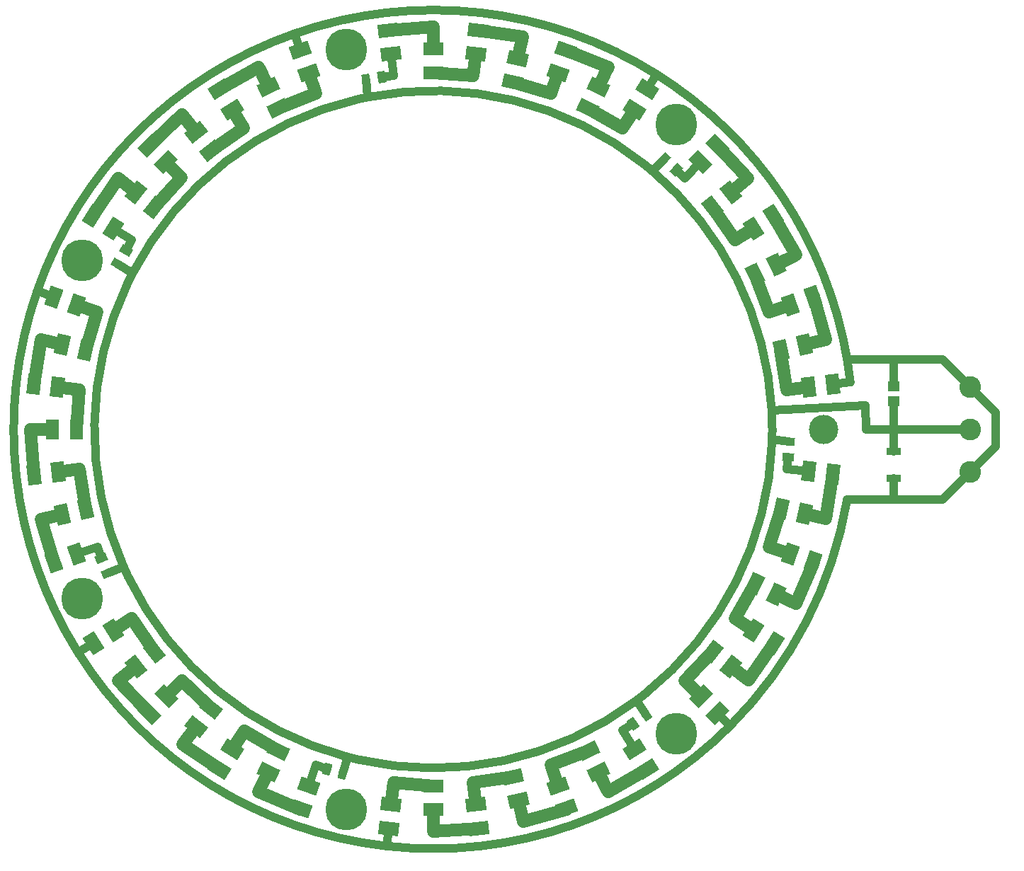
<source format=gtl>
G04 Layer_Physical_Order=1*
G04 Layer_Color=255*
%FSLAX44Y44*%
%MOMM*%
G71*
G01*
G75*
%ADD10C,1.0000*%
G04:AMPARAMS|DCode=11|XSize=0.95mm|YSize=1.4mm|CornerRadius=0mm|HoleSize=0mm|Usage=FLASHONLY|Rotation=266.786|XOffset=0mm|YOffset=0mm|HoleType=Round|Shape=Rectangle|*
%AMROTATEDRECTD11*
4,1,4,-0.6723,0.5135,0.7255,0.4350,0.6723,-0.5135,-0.7255,-0.4350,-0.6723,0.5135,0.0*
%
%ADD11ROTATEDRECTD11*%

G04:AMPARAMS|DCode=12|XSize=2.4mm|YSize=1.6mm|CornerRadius=0mm|HoleSize=0mm|Usage=FLASHONLY|Rotation=263.595|XOffset=0mm|YOffset=0mm|HoleType=Round|Shape=Rectangle|*
%AMROTATEDRECTD12*
4,1,4,-0.6611,1.2818,0.9289,1.1033,0.6611,-1.2818,-0.9289,-1.1033,-0.6611,1.2818,0.0*
%
%ADD12ROTATEDRECTD12*%

%ADD13R,1.8000X0.9000*%
%ADD14R,1.4500X1.1500*%
G04:AMPARAMS|DCode=15|XSize=0.95mm|YSize=1.4mm|CornerRadius=0mm|HoleSize=0mm|Usage=FLASHONLY|Rotation=163.929|XOffset=0mm|YOffset=0mm|HoleType=Round|Shape=Rectangle|*
%AMROTATEDRECTD15*
4,1,4,0.6502,0.5412,0.2626,-0.8041,-0.6502,-0.5412,-0.2626,0.8041,0.6502,0.5412,0.0*
%
%ADD15ROTATEDRECTD15*%

G04:AMPARAMS|DCode=16|XSize=0.95mm|YSize=1.4mm|CornerRadius=0mm|HoleSize=0mm|Usage=FLASHONLY|Rotation=112.500|XOffset=0mm|YOffset=0mm|HoleType=Round|Shape=Rectangle|*
%AMROTATEDRECTD16*
4,1,4,0.8285,-0.1710,-0.4649,-0.7067,-0.8285,0.1710,0.4649,0.7067,0.8285,-0.1710,0.0*
%
%ADD16ROTATEDRECTD16*%

G04:AMPARAMS|DCode=17|XSize=0.95mm|YSize=1.4mm|CornerRadius=0mm|HoleSize=0mm|Usage=FLASHONLY|Rotation=59.877|XOffset=0mm|YOffset=0mm|HoleType=Round|Shape=Rectangle|*
%AMROTATEDRECTD17*
4,1,4,0.3671,-0.7621,-0.8438,-0.0595,-0.3671,0.7621,0.8438,0.0595,0.3671,-0.7621,0.0*
%
%ADD17ROTATEDRECTD17*%

G04:AMPARAMS|DCode=18|XSize=2.4mm|YSize=1.6mm|CornerRadius=0mm|HoleSize=0mm|Usage=FLASHONLY|Rotation=122.157|XOffset=0mm|YOffset=0mm|HoleType=Round|Shape=Rectangle|*
%AMROTATEDRECTD18*
4,1,4,1.3160,-0.5901,-0.0386,-1.4417,-1.3160,0.5901,0.0386,1.4417,1.3160,-0.5901,0.0*
%
%ADD18ROTATEDRECTD18*%

G04:AMPARAMS|DCode=19|XSize=2.4mm|YSize=1.6mm|CornerRadius=0mm|HoleSize=0mm|Usage=FLASHONLY|Rotation=308.586|XOffset=0mm|YOffset=0mm|HoleType=Round|Shape=Rectangle|*
%AMROTATEDRECTD19*
4,1,4,-1.3738,0.4391,-0.1231,1.4370,1.3738,-0.4391,0.1231,-1.4370,-1.3738,0.4391,0.0*
%
%ADD19ROTATEDRECTD19*%

G04:AMPARAMS|DCode=20|XSize=2.4mm|YSize=1.6mm|CornerRadius=0mm|HoleSize=0mm|Usage=FLASHONLY|Rotation=135.015|XOffset=0mm|YOffset=0mm|HoleType=Round|Shape=Rectangle|*
%AMROTATEDRECTD20*
4,1,4,1.4143,-0.2825,0.2832,-1.4141,-1.4143,0.2825,-0.2832,1.4141,1.4143,-0.2825,0.0*
%
%ADD20ROTATEDRECTD20*%

G04:AMPARAMS|DCode=21|XSize=2.4mm|YSize=1.6mm|CornerRadius=0mm|HoleSize=0mm|Usage=FLASHONLY|Rotation=321.444|XOffset=0mm|YOffset=0mm|HoleType=Round|Shape=Rectangle|*
%AMROTATEDRECTD21*
4,1,4,-1.4370,0.1223,-0.4398,1.3735,1.4370,-0.1223,0.4398,-1.3735,-1.4370,0.1223,0.0*
%
%ADD21ROTATEDRECTD21*%

G04:AMPARAMS|DCode=22|XSize=2.4mm|YSize=1.6mm|CornerRadius=0mm|HoleSize=0mm|Usage=FLASHONLY|Rotation=147.873|XOffset=0mm|YOffset=0mm|HoleType=Round|Shape=Rectangle|*
%AMROTATEDRECTD22*
4,1,4,1.4417,0.0393,0.5908,-1.3157,-1.4417,-0.0393,-0.5908,1.3157,1.4417,0.0393,0.0*
%
%ADD22ROTATEDRECTD22*%

G04:AMPARAMS|DCode=23|XSize=2.4mm|YSize=1.6mm|CornerRadius=0mm|HoleSize=0mm|Usage=FLASHONLY|Rotation=334.302|XOffset=0mm|YOffset=0mm|HoleType=Round|Shape=Rectangle|*
%AMROTATEDRECTD23*
4,1,4,-1.4282,-0.2005,-0.7344,1.2412,1.4282,0.2005,0.7344,-1.2412,-1.4282,-0.2005,0.0*
%
%ADD23ROTATEDRECTD23*%

G04:AMPARAMS|DCode=24|XSize=2.4mm|YSize=1.6mm|CornerRadius=0mm|HoleSize=0mm|Usage=FLASHONLY|Rotation=160.731|XOffset=0mm|YOffset=0mm|HoleType=Round|Shape=Rectangle|*
%AMROTATEDRECTD24*
4,1,4,1.3968,0.3592,0.8688,-1.1512,-1.3968,-0.3592,-0.8688,1.1512,1.3968,0.3592,0.0*
%
%ADD24ROTATEDRECTD24*%

G04:AMPARAMS|DCode=25|XSize=2.4mm|YSize=1.6mm|CornerRadius=0mm|HoleSize=0mm|Usage=FLASHONLY|Rotation=70.725|XOffset=0mm|YOffset=0mm|HoleType=Round|Shape=Rectangle|*
%AMROTATEDRECTD25*
4,1,4,0.3590,-1.3968,-1.1513,-0.8687,-0.3590,1.3968,1.1513,0.8687,0.3590,-1.3968,0.0*
%
%ADD25ROTATEDRECTD25*%

G04:AMPARAMS|DCode=26|XSize=2.4mm|YSize=1.6mm|CornerRadius=0mm|HoleSize=0mm|Usage=FLASHONLY|Rotation=257.154|XOffset=0mm|YOffset=0mm|HoleType=Round|Shape=Rectangle|*
%AMROTATEDRECTD26*
4,1,4,-0.5132,1.3478,1.0468,0.9921,0.5132,-1.3478,-1.0468,-0.9921,-0.5132,1.3478,0.0*
%
%ADD26ROTATEDRECTD26*%

G04:AMPARAMS|DCode=27|XSize=2.4mm|YSize=1.6mm|CornerRadius=0mm|HoleSize=0mm|Usage=FLASHONLY|Rotation=270.012|XOffset=0mm|YOffset=0mm|HoleType=Round|Shape=Rectangle|*
%AMROTATEDRECTD27*
4,1,4,-0.8003,1.1998,0.7997,1.2002,0.8003,-1.1998,-0.7997,-1.2002,-0.8003,1.1998,0.0*
%
%ADD27ROTATEDRECTD27*%

G04:AMPARAMS|DCode=28|XSize=2.4mm|YSize=1.6mm|CornerRadius=0mm|HoleSize=0mm|Usage=FLASHONLY|Rotation=96.441|XOffset=0mm|YOffset=0mm|HoleType=Round|Shape=Rectangle|*
%AMROTATEDRECTD28*
4,1,4,0.9296,-1.1027,-0.6603,-1.2822,-0.9296,1.1027,0.6603,1.2822,0.9296,-1.1027,0.0*
%
%ADD28ROTATEDRECTD28*%

G04:AMPARAMS|DCode=29|XSize=2.4mm|YSize=1.6mm|CornerRadius=0mm|HoleSize=0mm|Usage=FLASHONLY|Rotation=282.870|XOffset=0mm|YOffset=0mm|HoleType=Round|Shape=Rectangle|*
%AMROTATEDRECTD29*
4,1,4,-1.0472,0.9917,0.5126,1.3480,1.0472,-0.9917,-0.5126,-1.3480,-1.0472,0.9917,0.0*
%
%ADD29ROTATEDRECTD29*%

G04:AMPARAMS|DCode=30|XSize=2.4mm|YSize=1.6mm|CornerRadius=0mm|HoleSize=0mm|Usage=FLASHONLY|Rotation=109.299|XOffset=0mm|YOffset=0mm|HoleType=Round|Shape=Rectangle|*
%AMROTATEDRECTD30*
4,1,4,1.1516,-0.8682,-0.3584,-1.3970,-1.1516,0.8682,0.3584,1.3970,1.1516,-0.8682,0.0*
%
%ADD30ROTATEDRECTD30*%

G04:AMPARAMS|DCode=31|XSize=2.4mm|YSize=1.6mm|CornerRadius=0mm|HoleSize=0mm|Usage=FLASHONLY|Rotation=19.293|XOffset=0mm|YOffset=0mm|HoleType=Round|Shape=Rectangle|*
%AMROTATEDRECTD31*
4,1,4,-0.8683,-1.1516,-1.3969,0.3586,0.8683,1.1516,1.3969,-0.3586,-0.8683,-1.1516,0.0*
%
%ADD31ROTATEDRECTD31*%

G04:AMPARAMS|DCode=32|XSize=2.4mm|YSize=1.6mm|CornerRadius=0mm|HoleSize=0mm|Usage=FLASHONLY|Rotation=205.722|XOffset=0mm|YOffset=0mm|HoleType=Round|Shape=Rectangle|*
%AMROTATEDRECTD32*
4,1,4,0.7339,1.2415,1.4283,-0.1999,-0.7339,-1.2415,-1.4283,0.1999,0.7339,1.2415,0.0*
%
%ADD32ROTATEDRECTD32*%

G04:AMPARAMS|DCode=33|XSize=2.4mm|YSize=1.6mm|CornerRadius=0mm|HoleSize=0mm|Usage=FLASHONLY|Rotation=32.151|XOffset=0mm|YOffset=0mm|HoleType=Round|Shape=Rectangle|*
%AMROTATEDRECTD33*
4,1,4,-0.5903,-1.3159,-1.4417,0.0387,0.5903,1.3159,1.4417,-0.0387,-0.5903,-1.3159,0.0*
%
%ADD33ROTATEDRECTD33*%

G04:AMPARAMS|DCode=34|XSize=2.4mm|YSize=1.6mm|CornerRadius=0mm|HoleSize=0mm|Usage=FLASHONLY|Rotation=218.580|XOffset=0mm|YOffset=0mm|HoleType=Round|Shape=Rectangle|*
%AMROTATEDRECTD34*
4,1,4,0.4392,1.3737,1.4370,0.1229,-0.4392,-1.3737,-1.4370,-0.1229,0.4392,1.3737,0.0*
%
%ADD34ROTATEDRECTD34*%

G04:AMPARAMS|DCode=35|XSize=2.4mm|YSize=1.6mm|CornerRadius=0mm|HoleSize=0mm|Usage=FLASHONLY|Rotation=45.009|XOffset=0mm|YOffset=0mm|HoleType=Round|Shape=Rectangle|*
%AMROTATEDRECTD35*
4,1,4,-0.2826,-1.4143,-1.4142,-0.2831,0.2826,1.4143,1.4142,0.2831,-0.2826,-1.4143,0.0*
%
%ADD35ROTATEDRECTD35*%

G04:AMPARAMS|DCode=36|XSize=2.4mm|YSize=1.6mm|CornerRadius=0mm|HoleSize=0mm|Usage=FLASHONLY|Rotation=231.438|XOffset=0mm|YOffset=0mm|HoleType=Round|Shape=Rectangle|*
%AMROTATEDRECTD36*
4,1,4,0.1225,1.4370,1.3736,0.4396,-0.1225,-1.4370,-1.3736,-0.4396,0.1225,1.4370,0.0*
%
%ADD36ROTATEDRECTD36*%

G04:AMPARAMS|DCode=37|XSize=2.4mm|YSize=1.6mm|CornerRadius=0mm|HoleSize=0mm|Usage=FLASHONLY|Rotation=57.867|XOffset=0mm|YOffset=0mm|HoleType=Round|Shape=Rectangle|*
%AMROTATEDRECTD37*
4,1,4,0.0392,-1.4417,-1.3157,-0.5907,-0.0392,1.4417,1.3157,0.5907,0.0392,-1.4417,0.0*
%
%ADD37ROTATEDRECTD37*%

G04:AMPARAMS|DCode=38|XSize=0.95mm|YSize=1.4mm|CornerRadius=0mm|HoleSize=0mm|Usage=FLASHONLY|Rotation=318.214|XOffset=0mm|YOffset=0mm|HoleType=Round|Shape=Rectangle|*
%AMROTATEDRECTD38*
4,1,4,-0.8206,-0.2054,0.1123,0.8385,0.8206,0.2054,-0.1123,-0.8385,-0.8206,-0.2054,0.0*
%
%ADD38ROTATEDRECTD38*%

G04:AMPARAMS|DCode=39|XSize=0.95mm|YSize=1.4mm|CornerRadius=0mm|HoleSize=0mm|Usage=FLASHONLY|Rotation=215.357|XOffset=0mm|YOffset=0mm|HoleType=Round|Shape=Rectangle|*
%AMROTATEDRECTD39*
4,1,4,-0.0177,0.8458,0.7925,-0.2960,0.0177,-0.8458,-0.7925,0.2960,-0.0177,0.8458,0.0*
%
%ADD39ROTATEDRECTD39*%

G04:AMPARAMS|DCode=40|XSize=0.95mm|YSize=1.4mm|CornerRadius=0mm|HoleSize=0mm|Usage=FLASHONLY|Rotation=9.643|XOffset=0mm|YOffset=0mm|HoleType=Round|Shape=Rectangle|*
%AMROTATEDRECTD40*
4,1,4,-0.3510,-0.7697,-0.5855,0.6105,0.3510,0.7697,0.5855,-0.6105,-0.3510,-0.7697,0.0*
%
%ADD40ROTATEDRECTD40*%

G04:AMPARAMS|DCode=41|XSize=2.4mm|YSize=1.6mm|CornerRadius=0mm|HoleSize=0mm|Usage=FLASHONLY|Rotation=115.716|XOffset=0mm|YOffset=0mm|HoleType=Round|Shape=Rectangle|*
%AMROTATEDRECTD41*
4,1,4,1.2415,-0.7340,-0.2001,-1.4283,-1.2415,0.7340,0.2001,1.4283,1.2415,-0.7340,0.0*
%
%ADD41ROTATEDRECTD41*%

G04:AMPARAMS|DCode=42|XSize=2.4mm|YSize=1.6mm|CornerRadius=0mm|HoleSize=0mm|Usage=FLASHONLY|Rotation=173.589|XOffset=0mm|YOffset=0mm|HoleType=Round|Shape=Rectangle|*
%AMROTATEDRECTD42*
4,1,4,1.2818,0.6610,1.1032,-0.9290,-1.2818,-0.6610,-1.1032,0.9290,1.2818,0.6610,0.0*
%
%ADD42ROTATEDRECTD42*%

G04:AMPARAMS|DCode=43|XSize=2.4mm|YSize=1.6mm|CornerRadius=0mm|HoleSize=0mm|Usage=FLASHONLY|Rotation=0.018|XOffset=0mm|YOffset=0mm|HoleType=Round|Shape=Rectangle|*
%AMROTATEDRECTD43*
4,1,4,-1.1998,-0.8004,-1.2003,0.7996,1.1998,0.8004,1.2003,-0.7996,-1.1998,-0.8004,0.0*
%
%ADD43ROTATEDRECTD43*%

G04:AMPARAMS|DCode=44|XSize=2.4mm|YSize=1.6mm|CornerRadius=0mm|HoleSize=0mm|Usage=FLASHONLY|Rotation=186.447|XOffset=0mm|YOffset=0mm|HoleType=Round|Shape=Rectangle|*
%AMROTATEDRECTD44*
4,1,4,1.1026,0.9297,1.2822,-0.6602,-1.1026,-0.9297,-1.2822,0.6602,1.1026,0.9297,0.0*
%
%ADD44ROTATEDRECTD44*%

G04:AMPARAMS|DCode=45|XSize=2.4mm|YSize=1.6mm|CornerRadius=0mm|HoleSize=0mm|Usage=FLASHONLY|Rotation=12.876|XOffset=0mm|YOffset=0mm|HoleType=Round|Shape=Rectangle|*
%AMROTATEDRECTD45*
4,1,4,-0.9916,-1.0473,-1.3481,0.5125,0.9916,1.0473,1.3481,-0.5125,-0.9916,-1.0473,0.0*
%
%ADD45ROTATEDRECTD45*%

G04:AMPARAMS|DCode=46|XSize=2.4mm|YSize=1.6mm|CornerRadius=0mm|HoleSize=0mm|Usage=FLASHONLY|Rotation=167.148|XOffset=0mm|YOffset=0mm|HoleType=Round|Shape=Rectangle|*
%AMROTATEDRECTD46*
4,1,4,1.3479,0.5130,0.9920,-1.0469,-1.3479,-0.5130,-0.9920,1.0469,1.3479,0.5130,0.0*
%
%ADD46ROTATEDRECTD46*%

G04:AMPARAMS|DCode=47|XSize=2.4mm|YSize=1.6mm|CornerRadius=0mm|HoleSize=0mm|Usage=FLASHONLY|Rotation=64.308|XOffset=0mm|YOffset=0mm|HoleType=Round|Shape=Rectangle|*
%AMROTATEDRECTD47*
4,1,4,0.2007,-1.4282,-1.2411,-0.7345,-0.2007,1.4282,1.2411,0.7345,0.2007,-1.4282,0.0*
%
%ADD47ROTATEDRECTD47*%

%ADD48C,1.5000*%
%ADD49C,2.6000*%
%ADD50C,5.0000*%
%ADD51C,3.5000*%
D10*
X252777Y-316739D02*
G03*
X404985Y-14376I-252777J316739D01*
G01*
X-365066Y-175914D02*
G03*
X-102013Y-392190I365066J175914D01*
G01*
X-370222Y-164789D02*
G03*
X-365066Y-175914I370222J164789D01*
G01*
X-102013Y-392190D02*
G03*
X-90056Y-395107I102013J392190D01*
G01*
D02*
G03*
X243006Y-324296I90056J395107D01*
G01*
D02*
G03*
X252777Y-316739I-243006J324296D01*
G01*
X-365140Y175762D02*
G03*
X-370222Y-164789I365140J-175762D01*
G01*
X-359680Y186681D02*
G03*
X-365140Y175762I359680J-186681D01*
G01*
X-90222Y395069D02*
G03*
X-359680Y186681I90222J-395069D01*
G01*
X261997Y309156D02*
G03*
X252644Y316845I-261997J-309156D01*
G01*
X-78317Y397600D02*
G03*
X-90222Y395069I78317J-397600D01*
G01*
X252644Y316845D02*
G03*
X-78317Y397600I-252644J-316845D01*
G01*
X404985Y-14376D02*
G03*
X405056Y-12227I-404985J14376D01*
G01*
D02*
G03*
X405240Y0I-405056J12227D01*
G01*
Y0D02*
G03*
X404603Y22722I-405240J-0D01*
G01*
D02*
G03*
X261997Y309156I-404603J-22722D01*
G01*
X-424786Y-267057D02*
G03*
X-56026Y-498622I424786J267057D01*
G01*
X-473634Y165632D02*
G03*
X-424786Y-267057I473634J-165632D01*
G01*
X-56026Y-498622D02*
G03*
X354928Y-354668I56026J498622D01*
G01*
D02*
G03*
X494671Y-84048I-354928J354668D01*
G01*
X-165781Y473582D02*
G03*
X-473634Y165632I165781J-473582D01*
G01*
X266924Y424870D02*
G03*
X-165781Y473582I-266924J-424870D01*
G01*
X494671Y84048D02*
G03*
X266924Y424870I-494671J-84048D01*
G01*
X498605Y56183D02*
G03*
X494671Y84048I-498605J-56183D01*
G01*
X550000Y51500D02*
Y84048D01*
X550000Y84048D02*
X550000Y84048D01*
Y0D02*
Y33500D01*
X550000Y-26250D02*
Y-0D01*
X550000Y-81548D02*
Y-58750D01*
X547500Y-84048D02*
X550000Y-81548D01*
X550000Y0D02*
X642000D01*
X645000D01*
X608752Y84048D02*
X642000Y50800D01*
X550000Y84048D02*
X608752D01*
Y-84048D02*
X642000Y-50800D01*
X547500Y-84048D02*
X608752D01*
X290654Y310985D02*
X300803Y300836D01*
X319560Y319594D01*
X-50653Y449103D02*
X-47648Y422884D01*
X-61918Y421139D02*
X-47648Y422884D01*
X-382718Y240386D02*
X-360332Y226412D01*
X-367692Y214068D02*
X-360332Y226412D01*
X-426553Y-149368D02*
X-401679Y-140554D01*
X-396802Y-154078D01*
X-149145Y-426632D02*
X-140554Y-401679D01*
X-126939Y-406298D01*
X226412Y-360332D02*
X240586Y-382592D01*
X226412Y-360332D02*
X238512Y-352567D01*
X422884Y-47648D02*
X449129Y-50418D01*
X422884Y-47648D02*
X424358Y-33346D01*
X550000Y0D02*
X550000Y0D01*
X550000Y0D02*
X550000D01*
X516187Y28988D02*
X517500Y0D01*
X550000Y0D01*
X-108681Y-411558D02*
X-102013Y-392190D01*
X243006Y-324296D02*
X254007Y-341573D01*
X-389531Y-171632D02*
X-370222Y-164789D01*
X-377228Y197634D02*
X-359680Y186681D01*
X-80650Y417956D02*
X-78317Y397600D01*
X405056Y-12227D02*
X425423Y-14376D01*
X404603Y22722D02*
X516187Y28988D01*
X261997Y309156D02*
X276487Y323646D01*
X642000Y50800D02*
X672500Y20300D01*
Y-20300D02*
Y20300D01*
X642000Y-50800D02*
X672500Y-20300D01*
X-56026Y-498622D02*
X-53647Y-477445D01*
X-424786Y-267057D02*
X-406745Y-255715D01*
X339854Y-339605D02*
X354928Y-354668D01*
X-473634Y165632D02*
X-453518Y158598D01*
X-165781Y473582D02*
X-158740Y453469D01*
X255587Y406826D02*
X266924Y424870D01*
X494671Y-84048D02*
X547500D01*
X643500Y-52300D02*
X645000Y-50800D01*
X477429Y53797D02*
X498605Y56183D01*
X494671Y84048D02*
X550000D01*
D11*
X425423Y-14376D02*
D03*
X424358Y-33346D02*
D03*
D12*
X449129Y-50418D02*
D03*
X477451Y-53597D02*
D03*
X-449118Y50512D02*
D03*
X-477440Y53697D02*
D03*
D13*
X550000Y-26250D02*
D03*
X550000Y-58750D02*
D03*
D14*
Y33500D02*
D03*
Y51500D02*
D03*
D15*
X-108681Y-411558D02*
D03*
X-126939Y-406298D02*
D03*
D16*
X-389531Y-171632D02*
D03*
X-396802Y-154078D02*
D03*
D17*
X-377228Y197634D02*
D03*
X-367692Y214068D02*
D03*
D18*
X-382618Y-240546D02*
D03*
X-406745Y-255715D02*
D03*
X382668Y240466D02*
D03*
X406799Y255630D02*
D03*
D19*
X-355700Y-283810D02*
D03*
X-333423Y-266034D02*
D03*
X355760Y283735D02*
D03*
X333478Y265965D02*
D03*
D20*
X-319493Y-319660D02*
D03*
X-339641Y-339818D02*
D03*
X319560Y319594D02*
D03*
X339712Y339747D02*
D03*
D21*
X-283623Y-355849D02*
D03*
X-265860Y-333562D02*
D03*
D22*
X-240346Y-382743D02*
D03*
X-255502Y-406879D02*
D03*
X240426Y382693D02*
D03*
X255587Y406826D02*
D03*
D23*
X-197322Y-410042D02*
D03*
X-184964Y-384361D02*
D03*
X197408Y410001D02*
D03*
X185044Y384322D02*
D03*
D24*
X-149145Y-426632D02*
D03*
X-158550Y-453535D02*
D03*
X149235Y426600D02*
D03*
X158645Y453502D02*
D03*
D25*
X-426616Y149190D02*
D03*
X-453518Y158598D02*
D03*
X426647Y-149101D02*
D03*
X453552Y-158503D02*
D03*
D26*
X-443661Y101172D02*
D03*
X-415874Y94835D02*
D03*
X443682Y-101079D02*
D03*
X415894Y-94748D02*
D03*
D27*
X-455050Y-95D02*
D03*
X-426550Y-89D02*
D03*
D28*
X-449097Y-50700D02*
D03*
X-477417Y-53897D02*
D03*
X449108Y50606D02*
D03*
X477429Y53797D02*
D03*
D29*
X-443618Y-101358D02*
D03*
X-415834Y-95010D02*
D03*
X443639Y101265D02*
D03*
X415854Y94923D02*
D03*
D30*
X-426553Y-149368D02*
D03*
X-453452Y-158788D02*
D03*
X426585Y149279D02*
D03*
X453485Y158693D02*
D03*
D31*
X-149324Y426569D02*
D03*
X-158740Y453469D02*
D03*
X149413Y-426538D02*
D03*
X158835Y-453435D02*
D03*
D32*
X-197494Y409959D02*
D03*
X-185125Y384283D02*
D03*
X197580Y-409918D02*
D03*
X185205Y-384245D02*
D03*
D33*
X-240506Y382643D02*
D03*
X-255673Y406772D02*
D03*
X240586Y-382592D02*
D03*
X255758Y-406719D02*
D03*
D34*
X-283772Y355730D02*
D03*
X-266000Y333450D02*
D03*
D35*
X-319627Y319527D02*
D03*
X-339783Y339676D02*
D03*
X319694Y-319460D02*
D03*
X339854Y-339605D02*
D03*
D36*
X-355819Y283661D02*
D03*
X-333534Y265895D02*
D03*
X355878Y-283586D02*
D03*
X333590Y-265825D02*
D03*
D37*
X-382718Y240386D02*
D03*
X-406853Y255545D02*
D03*
X382769Y-240306D02*
D03*
X406906Y-255460D02*
D03*
D38*
X276487Y323646D02*
D03*
X290654Y310985D02*
D03*
D39*
X254007Y-341573D02*
D03*
X238512Y-352567D02*
D03*
D40*
X-80650Y417956D02*
D03*
X-61918Y421139D02*
D03*
D41*
X409980Y197451D02*
D03*
X384303Y185085D02*
D03*
D42*
X-50465Y-449124D02*
D03*
X-53647Y-477445D02*
D03*
X50559Y449113D02*
D03*
X53747Y477434D02*
D03*
D43*
X143Y-455050D02*
D03*
X134Y-426550D02*
D03*
X-48Y455050D02*
D03*
X-45Y426550D02*
D03*
D44*
X50747Y-449092D02*
D03*
X53947Y-477412D02*
D03*
X-50653Y449103D02*
D03*
X-53847Y477423D02*
D03*
D45*
X101404Y-443608D02*
D03*
X95053Y-415824D02*
D03*
D46*
X101218Y443650D02*
D03*
X94879Y415864D02*
D03*
D47*
X410063Y-197279D02*
D03*
X384380Y-184924D02*
D03*
D48*
X-53847Y477423D02*
X-50Y481440D01*
X-48Y455050D01*
X47607Y422889D02*
X50559Y449113D01*
X-45Y426550D02*
X47607Y422889D01*
X53747Y477434D02*
X107088Y469379D01*
X101218Y443650D02*
X107088Y469379D01*
X94879Y415864D02*
X140520Y401691D01*
X149235Y426600D01*
X158645Y453502D02*
X208857Y433778D01*
X206653Y429201D02*
X208857Y433778D01*
X197838Y410893D02*
X206653Y429201D01*
X185044Y384322D02*
X226387Y360347D01*
X240426Y382693D01*
X339712Y339747D02*
X376391Y300190D01*
X355760Y283735D02*
X376391Y300190D01*
X333478Y265965D02*
X360323Y226425D01*
X382668Y240466D01*
X406799Y255630D02*
X433756Y208902D01*
X429179Y206698D02*
X433756Y208902D01*
X409980Y197451D02*
X429179Y206698D01*
X384303Y185085D02*
X401676Y140563D01*
X426585Y149279D01*
X453485Y158693D02*
X454420Y159020D01*
X443639Y101265D02*
X469368Y107137D01*
X454420Y159020D02*
X454435Y158966D01*
X469412Y-106941D02*
X477451Y-53597D01*
X443682Y-101079D02*
X469412Y-106941D01*
X401735Y-140394D02*
X415894Y-94748D01*
X401735Y-140394D02*
X426647Y-149101D01*
X453552Y-158503D02*
X454486Y-158829D01*
X410063Y-197279D02*
X433844Y-208720D01*
X454465Y-158881D02*
X454486Y-158829D01*
X360418Y-226274D02*
X384380Y-184924D01*
X360418Y-226274D02*
X382769Y-240306D01*
X376517Y-300032D02*
X406906Y-255460D01*
X355878Y-283586D02*
X376517Y-300032D01*
X301027Y-300806D02*
X319694Y-319460D01*
X301027Y-300806D02*
X333590Y-265825D01*
X209038Y-433691D02*
X255758Y-406719D01*
X206833Y-429114D02*
X209038Y-433691D01*
X197580Y-409918D02*
X206833Y-429114D01*
X140689Y-401632D02*
X185205Y-384244D01*
X140689Y-401632D02*
X149413Y-426538D01*
X158835Y-453435D02*
X159163Y-454370D01*
X101404Y-443608D02*
X107285Y-469334D01*
X47784Y-422869D02*
X50747Y-449092D01*
X47784Y-422869D02*
X95053Y-415824D01*
X143Y-455050D02*
X151Y-481440D01*
X53947Y-477412D01*
X-50465Y-449124D02*
X-47518Y-422899D01*
X134Y-426550D01*
X-158877Y-454470D02*
X-158550Y-453535D01*
X-158928Y-454448D02*
X-158877Y-454470D01*
X-208766Y-433822D02*
X-197322Y-410042D01*
X-226312Y-360395D02*
X-184964Y-384361D01*
X-240346Y-382744D02*
X-226312Y-360395D01*
X-300072Y-376486D02*
X-255502Y-406879D01*
X-300072Y-376486D02*
X-283623Y-355849D01*
X-300838Y-300995D02*
X-265860Y-333562D01*
X-319493Y-319661D02*
X-300838Y-300995D01*
X-376329Y-300269D02*
X-339641Y-339818D01*
X-376329Y-300269D02*
X-355700Y-283810D01*
X-360276Y-226500D02*
X-333423Y-266034D01*
X-382618Y-240546D02*
X-360276Y-226500D01*
X-469345Y-107236D02*
X-453452Y-158788D01*
X-469345Y-107236D02*
X-443618Y-101358D01*
X-449097Y-50700D02*
X-422874Y-47739D01*
X-415834Y-95010D01*
X-481440Y-101D02*
X-477417Y-53897D01*
X-481440Y-101D02*
X-455050Y-95D01*
X-426550Y-89D02*
X-422894Y47562D01*
X-449118Y50512D02*
X-422894Y47562D01*
X-477440Y53697D02*
X-469390Y107039D01*
X-443661Y101172D01*
X-415874Y94835D02*
X-401705Y140478D01*
X-426616Y149190D02*
X-401705Y140478D01*
X-406853Y255545D02*
X-376454Y300111D01*
X-355819Y283661D01*
X-319627Y319527D02*
X-300964Y300869D01*
X-333534Y265895D02*
X-300964Y300869D01*
X-339783Y339676D02*
X-300229Y376360D01*
X-283772Y355730D01*
X-265999Y333450D02*
X-226463Y360300D01*
X-240506Y382643D02*
X-226463Y360300D01*
X-255673Y406772D02*
X-208947Y433734D01*
X-206743Y429158D01*
X-197924Y410851D01*
X-185125Y384283D02*
X-140605Y401661D01*
X-149324Y426569D02*
X-140605Y401661D01*
X422884Y47651D02*
X449108Y50606D01*
X414889Y94702D02*
X422884Y47651D01*
X107285Y-469334D02*
X159109Y-454385D01*
X454465Y-158881D02*
Y-158881D01*
X159109Y-454385D02*
X159109D01*
X433844Y-208720D02*
X454465Y-158881D01*
X159109Y-454385D02*
X159109Y-454385D01*
X159163Y-454370D01*
X454435Y158966D02*
X469368Y107137D01*
X-208766Y-433822D02*
X-158928Y-454448D01*
X-158928D01*
D49*
X642000Y0D02*
D03*
Y50800D02*
D03*
Y-50800D02*
D03*
D50*
X-103739Y454511D02*
D03*
X290671Y364490D02*
D03*
X-420032Y202277D02*
D03*
Y-202277D02*
D03*
X-103739Y-454511D02*
D03*
X290671Y-364490D02*
D03*
D51*
X466200Y0D02*
D03*
M02*

</source>
